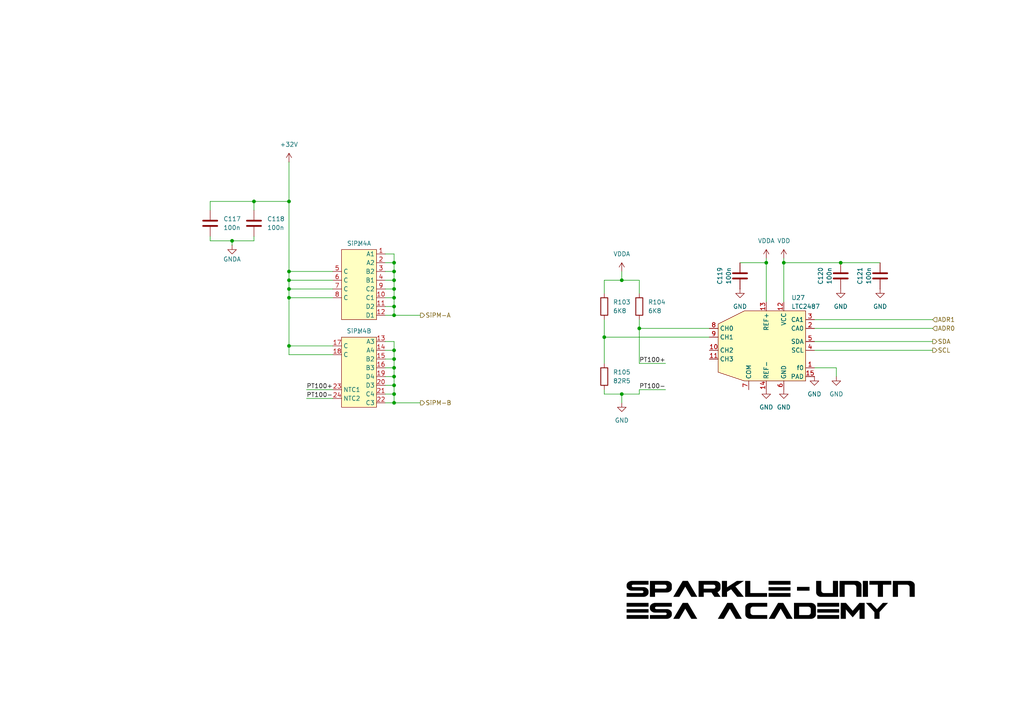
<source format=kicad_sch>
(kicad_sch (version 20231120) (generator "eeschema") (generator_version "8.0")
  (paper "A4")
  (title_block (title "SiPM connector and tempaerature sensing") (date "2024-10-17") (rev "1.0"))
  (lib_symbols
    (symbol "Device:C" (pin_numbers hide) (pin_names (offset 0.254))
      (property "Reference" "C" (at 0.635 2.54 0))
      (property "Value" "C" (at 0.635 -2.54 0))
      (symbol "C_0_1"
        (polyline (pts (xy -2.032 -0.762) (xy 2.032 -0.762)) (stroke (width 0.508)))
        (polyline (pts (xy -2.032 0.762) (xy 2.032 0.762)) (stroke (width 0.508)))
      )
      (symbol "C_1_1"
        (pin passive line (at 0 3.81 270) (length 2.794) (name "~") (number "1"))
        (pin passive line (at 0 -3.81 90) (length 2.794) (name "~") (number "2"))
      )
    )
    (symbol "Device:R" (pin_numbers hide) (pin_names (offset 0))
      (property "Reference" "R" (at 2.032 0 90))
      (property "Value" "R" (at 0 0 90))
      (symbol "R_0_1"
        (rectangle (start -1.016 -2.54) (end 1.016 2.54) (stroke (width 0.254)))
      )
      (symbol "R_1_1"
        (pin passive line (at 0 3.81 270) (length 1.27) (name "~") (number "1"))
        (pin passive line (at 0 -3.81 90) (length 1.27) (name "~") (number "2"))
      )
    )
    (symbol "SPaRKLE-Symbols:LTC2487"
      (property "Reference" "U" (at 0 0 0))
      (symbol "LTC2487_1_1"
        (polyline (pts (xy 0 -2.54) (xy 17.78 -2.54) (xy 17.78 -22.86) (xy 0 -22.86) (xy -7.62 -20.32) (xy -7.62 -12.7) (xy -7.62 -6.35) (xy 0 -2.54)) (fill (type background)))
        (pin power_out line (at 20.32 -19.05 180) (length 2.54) (name "f0") (number "1"))
        (pin input line (at -10.16 -13.97 0) (length 2.54) (name "CH2") (number "10"))
        (pin input line (at -10.16 -16.51 0) (length 2.54) (name "CH3") (number "11"))
        (pin input line (at 11.43 0 270) (length 2.54) (name "VCC") (number "12"))
        (pin input line (at 6.35 0 270) (length 2.54) (name "REF+") (number "13"))
        (pin input line (at 6.35 -25.4 90) (length 2.54) (name "REF-") (number "14"))
        (pin input line (at 20.32 -21.59 180) (length 2.54) (name "PAD") (number "15"))
        (pin input line (at 20.32 -7.62 180) (length 2.54) (name "CA0") (number "2"))
        (pin input line (at 20.32 -5.08 180) (length 2.54) (name "CA1") (number "3"))
        (pin input line (at 20.32 -13.97 180) (length 2.54) (name "SCL") (number "4"))
        (pin input line (at 20.32 -11.43 180) (length 2.54) (name "SDA") (number "5"))
        (pin input line (at 11.43 -25.4 90) (length 2.54) (name "GND") (number "6"))
        (pin input line (at 1.27 -25.4 90) (length 2.54) (name "COM") (number "7"))
        (pin input line (at -10.16 -7.62 0) (length 2.54) (name "CH0") (number "8"))
        (pin input line (at -10.16 -10.16 0) (length 2.54) (name "CH1") (number "9"))
      )
    )
    (symbol "SPaRKLE-Symbols:SiPM_4x4"
      (property "Reference" "SiPM1" (at 0 8.89 0))
      (property "Value" "~" (at 0 6.35 0))
      (symbol "SiPM_4x4_1_1"
        (rectangle (start -5.08 5.08) (end 5.08 -15.24) (fill (type background)))
        (pin bidirectional line (at -7.62 3.81 0) (length 2.54) (name "A1") (number "1"))
        (pin bidirectional line (at -7.62 -8.89 0) (length 2.54) (name "C1") (number "10"))
        (pin bidirectional line (at -7.62 -11.43 0) (length 2.54) (name "D2") (number "11"))
        (pin bidirectional line (at -7.62 -13.97 0) (length 2.54) (name "D1") (number "12"))
        (pin bidirectional line (at -7.62 1.27 0) (length 2.54) (name "A2") (number "2"))
        (pin bidirectional line (at -7.62 -1.27 0) (length 2.54) (name "B2") (number "3"))
        (pin bidirectional line (at -7.62 -3.81 0) (length 2.54) (name "B1") (number "4"))
        (pin bidirectional line (at 7.62 -1.27 180) (length 2.54) (name "C") (number "5"))
        (pin bidirectional line (at 7.62 -3.81 180) (length 2.54) (name "C") (number "6"))
        (pin bidirectional line (at 7.62 -6.35 180) (length 2.54) (name "C") (number "7"))
        (pin bidirectional line (at 7.62 -8.89 180) (length 2.54) (name "C") (number "8"))
        (pin bidirectional line (at -7.62 -6.35 0) (length 2.54) (name "C2") (number "9"))
      )
      (symbol "SiPM_4x4_2_1"
        (rectangle (start -5.08 5.08) (end 5.08 -15.24) (fill (type background)))
        (pin bidirectional line (at 7.62 3.81 180) (length 2.54) (name "A3") (number "13"))
        (pin bidirectional line (at 7.62 1.27 180) (length 2.54) (name "A4") (number "14"))
        (pin bidirectional line (at 7.62 -1.27 180) (length 2.54) (name "B2") (number "15"))
        (pin bidirectional line (at 7.62 -3.81 180) (length 2.54) (name "B3") (number "16"))
        (pin bidirectional line (at -7.62 2.54 0) (length 2.54) (name "C") (number "17"))
        (pin bidirectional line (at -7.62 0 0) (length 2.54) (name "C") (number "18"))
        (pin bidirectional line (at 7.62 -6.35 180) (length 2.54) (name "D4") (number "19"))
        (pin bidirectional line (at 7.62 -8.89 180) (length 2.54) (name "D3") (number "20"))
        (pin bidirectional line (at 7.62 -11.43 180) (length 2.54) (name "C4") (number "21"))
        (pin bidirectional line (at 7.62 -13.97 180) (length 2.54) (name "C3") (number "22"))
        (pin bidirectional line (at -7.62 -10.16 0) (length 2.54) (name "NTC1") (number "23"))
        (pin bidirectional line (at -7.62 -12.7 0) (length 2.54) (name "NTC2") (number "24"))
      )
    )
    (symbol "SiPM_4x4_1"
      (property "Reference" "SiPM1" (at 0 8.89 0))
      (property "Value" "~" (at 0 6.35 0))
      (symbol "SiPM_4x4_1_1_1"
        (rectangle (start -5.08 5.08) (end 5.08 -15.24) (fill (type background)))
        (pin bidirectional line (at -7.62 3.81 0) (length 2.54) (name "A1") (number "1"))
        (pin bidirectional line (at -7.62 -8.89 0) (length 2.54) (name "C1") (number "10"))
        (pin bidirectional line (at -7.62 -11.43 0) (length 2.54) (name "D2") (number "11"))
        (pin bidirectional line (at -7.62 -13.97 0) (length 2.54) (name "D1") (number "12"))
        (pin bidirectional line (at -7.62 1.27 0) (length 2.54) (name "A2") (number "2"))
        (pin bidirectional line (at -7.62 -1.27 0) (length 2.54) (name "B2") (number "3"))
        (pin bidirectional line (at -7.62 -3.81 0) (length 2.54) (name "B1") (number "4"))
        (pin bidirectional line (at 7.62 -1.27 180) (length 2.54) (name "C") (number "5"))
        (pin bidirectional line (at 7.62 -3.81 180) (length 2.54) (name "C") (number "6"))
        (pin bidirectional line (at 7.62 -6.35 180) (length 2.54) (name "C") (number "7"))
        (pin bidirectional line (at 7.62 -8.89 180) (length 2.54) (name "C") (number "8"))
        (pin bidirectional line (at -7.62 -6.35 0) (length 2.54) (name "C2") (number "9"))
      )
      (symbol "SiPM_4x4_1_2_1"
        (rectangle (start -5.08 5.08) (end 5.08 -15.24) (fill (type background)))
        (pin bidirectional line (at 7.62 3.81 180) (length 2.54) (name "A3") (number "13"))
        (pin bidirectional line (at 7.62 1.27 180) (length 2.54) (name "A4") (number "14"))
        (pin bidirectional line (at 7.62 -1.27 180) (length 2.54) (name "B2") (number "15"))
        (pin bidirectional line (at 7.62 -3.81 180) (length 2.54) (name "B3") (number "16"))
        (pin bidirectional line (at -7.62 2.54 0) (length 2.54) (name "C") (number "17"))
        (pin bidirectional line (at -7.62 0 0) (length 2.54) (name "C") (number "18"))
        (pin bidirectional line (at 7.62 -6.35 180) (length 2.54) (name "D4") (number "19"))
        (pin bidirectional line (at 7.62 -8.89 180) (length 2.54) (name "D3") (number "20"))
        (pin bidirectional line (at 7.62 -11.43 180) (length 2.54) (name "C4") (number "21"))
        (pin bidirectional line (at 7.62 -13.97 180) (length 2.54) (name "C3") (number "22"))
        (pin bidirectional line (at -7.62 -10.16 0) (length 2.54) (name "NTC1") (number "23"))
        (pin bidirectional line (at -7.62 -12.7 0) (length 2.54) (name "NTC2") (number "24"))
      )
    )
    (symbol "power:+36V" (power) (pin_numbers hide) (pin_names (offset 0) hide)
      (property "Value" "+36V" (at 0 3.556 0))
      (symbol "+36V_0_1"
        (polyline (pts (xy -0.762 1.27) (xy 0 2.54)))
        (polyline (pts (xy 0 0) (xy 0 2.54)))
        (polyline (pts (xy 0 2.54) (xy 0.762 1.27)))
      )
      (symbol "+36V_1_1"
        (pin power_in line (at 0 0 90) (length 0) (name "~") (number "1"))
      )
    )
    (symbol "power:GND" (power) (pin_numbers hide) (pin_names (offset 0) hide)
      (property "Value" "GND" (at 0 -3.81 0))
      (symbol "GND_0_1"
        (polyline (pts (xy 0 0) (xy 0 -1.27) (xy 1.27 -1.27) (xy 0 -2.54) (xy -1.27 -1.27) (xy 0 -1.27)))
      )
      (symbol "GND_1_1"
        (pin power_in line (at 0 0 270) (length 0) (name "~") (number "1"))
      )
    )
    (symbol "power:GNDA" (power) (pin_numbers hide) (pin_names (offset 0) hide)
      (property "Value" "GNDA" (at 0 -3.81 0))
      (symbol "GNDA_0_1"
        (polyline (pts (xy 0 0) (xy 0 -1.27) (xy 1.27 -1.27) (xy 0 -2.54) (xy -1.27 -1.27) (xy 0 -1.27)))
      )
      (symbol "GNDA_1_1"
        (pin power_in line (at 0 0 270) (length 0) (name "~") (number "1"))
      )
    )
    (symbol "power:VDD" (power) (pin_numbers hide) (pin_names (offset 0) hide)
      (property "Value" "VDD" (at 0 3.556 0))
      (symbol "VDD_0_1"
        (polyline (pts (xy -0.762 1.27) (xy 0 2.54)))
        (polyline (pts (xy 0 0) (xy 0 2.54)))
        (polyline (pts (xy 0 2.54) (xy 0.762 1.27)))
      )
      (symbol "VDD_1_1"
        (pin power_in line (at 0 0 90) (length 0) (name "~") (number "1"))
      )
    )
  )
  (junction (at 243.84 76.2))
  (junction (at 180.34 114.3))
  (junction (at 67.31 69.85))
  (junction (at 114.3 116.84))
  (junction (at 175.26 97.79))
  (junction (at 114.3 114.3))
  (junction (at 185.42 95.25))
  (junction (at 114.3 81.28))
  (junction (at 180.34 81.28))
  (junction (at 114.3 101.6))
  (junction (at 83.82 100.33))
  (junction (at 114.3 78.74))
  (junction (at 114.3 91.44))
  (junction (at 114.3 86.36))
  (junction (at 83.82 81.28))
  (junction (at 83.82 78.74))
  (junction (at 114.3 111.76))
  (junction (at 73.66 58.42))
  (junction (at 114.3 104.14))
  (junction (at 114.3 88.9))
  (junction (at 83.82 86.36))
  (junction (at 227.33 76.2))
  (junction (at 114.3 76.2))
  (junction (at 222.25 76.2))
  (junction (at 83.82 83.82))
  (junction (at 114.3 83.82))
  (junction (at 114.3 106.68))
  (junction (at 114.3 109.22))
  (junction (at 83.82 58.42))
  (wire (pts (xy 185.42 113.03) (xy 185.42 114.3)))
  (wire (pts (xy 111.76 88.9) (xy 114.3 88.9)))
  (wire (pts (xy 73.66 58.42) (xy 60.96 58.42)))
  (wire (pts (xy 83.82 86.36) (xy 96.52 86.36)))
  (wire (pts (xy 111.76 99.06) (xy 114.3 99.06)))
  (wire (pts (xy 227.33 76.2) (xy 227.33 87.63)))
  (wire (pts (xy 175.26 81.28) (xy 180.34 81.28)))
  (wire (pts (xy 67.31 69.85) (xy 67.31 71.12)))
  (wire (pts (xy 83.82 83.82) (xy 96.52 83.82)))
  (wire (pts (xy 114.3 81.28) (xy 114.3 83.82)))
  (wire (pts (xy 180.34 114.3) (xy 180.34 116.84)))
  (wire (pts (xy 114.3 78.74) (xy 111.76 78.74)))
  (wire (pts (xy 83.82 46.99) (xy 83.82 58.42)))
  (wire (pts (xy 111.76 114.3) (xy 114.3 114.3)))
  (wire (pts (xy 236.22 101.6) (xy 270.51 101.6)))
  (wire (pts (xy 83.82 100.33) (xy 83.82 102.87)))
  (wire (pts (xy 114.3 106.68) (xy 114.3 109.22)))
  (wire (pts (xy 67.31 69.85) (xy 60.96 69.85)))
  (wire (pts (xy 83.82 81.28) (xy 83.82 83.82)))
  (wire (pts (xy 114.3 76.2) (xy 114.3 78.74)))
  (wire (pts (xy 185.42 81.28) (xy 185.42 85.09)))
  (wire (pts (xy 175.26 81.28) (xy 175.26 85.09)))
  (wire (pts (xy 236.22 92.71) (xy 270.51 92.71)))
  (wire (pts (xy 83.82 81.28) (xy 96.52 81.28)))
  (wire (pts (xy 180.34 114.3) (xy 185.42 114.3)))
  (wire (pts (xy 73.66 69.85) (xy 67.31 69.85)))
  (wire (pts (xy 111.76 101.6) (xy 114.3 101.6)))
  (wire (pts (xy 114.3 91.44) (xy 121.92 91.44)))
  (wire (pts (xy 114.3 101.6) (xy 114.3 104.14)))
  (wire (pts (xy 180.34 78.74) (xy 180.34 81.28)))
  (wire (pts (xy 114.3 114.3) (xy 114.3 116.84)))
  (wire (pts (xy 111.76 106.68) (xy 114.3 106.68)))
  (wire (pts (xy 114.3 83.82) (xy 111.76 83.82)))
  (wire (pts (xy 114.3 116.84) (xy 121.92 116.84)))
  (wire (pts (xy 175.26 97.79) (xy 175.26 105.41)))
  (wire (pts (xy 88.9 113.03) (xy 96.52 113.03)))
  (wire (pts (xy 175.26 114.3) (xy 180.34 114.3)))
  (wire (pts (xy 88.9 115.57) (xy 96.52 115.57)))
  (wire (pts (xy 114.3 86.36) (xy 114.3 88.9)))
  (wire (pts (xy 175.26 92.71) (xy 175.26 97.79)))
  (wire (pts (xy 175.26 97.79) (xy 205.74 97.79)))
  (wire (pts (xy 114.3 86.36) (xy 111.76 86.36)))
  (wire (pts (xy 114.3 81.28) (xy 111.76 81.28)))
  (wire (pts (xy 236.22 95.25) (xy 270.51 95.25)))
  (wire (pts (xy 175.26 113.03) (xy 175.26 114.3)))
  (wire (pts (xy 114.3 83.82) (xy 114.3 86.36)))
  (wire (pts (xy 83.82 86.36) (xy 83.82 100.33)))
  (wire (pts (xy 222.25 74.93) (xy 222.25 76.2)))
  (wire (pts (xy 185.42 95.25) (xy 185.42 105.41)))
  (wire (pts (xy 236.22 106.68) (xy 242.57 106.68)))
  (wire (pts (xy 114.3 76.2) (xy 111.76 76.2)))
  (wire (pts (xy 114.3 99.06) (xy 114.3 101.6)))
  (wire (pts (xy 111.76 91.44) (xy 114.3 91.44)))
  (wire (pts (xy 114.3 78.74) (xy 114.3 81.28)))
  (wire (pts (xy 114.3 111.76) (xy 114.3 114.3)))
  (wire (pts (xy 255.27 76.2) (xy 243.84 76.2)))
  (wire (pts (xy 185.42 95.25) (xy 205.74 95.25)))
  (wire (pts (xy 185.42 92.71) (xy 185.42 95.25)))
  (wire (pts (xy 83.82 100.33) (xy 96.52 100.33)))
  (wire (pts (xy 243.84 76.2) (xy 227.33 76.2)))
  (wire (pts (xy 222.25 76.2) (xy 222.25 87.63)))
  (wire (pts (xy 185.42 105.41) (xy 193.04 105.41)))
  (wire (pts (xy 114.3 73.66) (xy 111.76 73.66)))
  (wire (pts (xy 236.22 99.06) (xy 270.51 99.06)))
  (wire (pts (xy 114.3 88.9) (xy 114.3 91.44)))
  (wire (pts (xy 73.66 60.96) (xy 73.66 58.42)))
  (wire (pts (xy 114.3 109.22) (xy 114.3 111.76)))
  (wire (pts (xy 227.33 74.93) (xy 227.33 76.2)))
  (wire (pts (xy 242.57 109.22) (xy 242.57 106.68)))
  (wire (pts (xy 111.76 109.22) (xy 114.3 109.22)))
  (wire (pts (xy 73.66 58.42) (xy 83.82 58.42)))
  (wire (pts (xy 180.34 81.28) (xy 185.42 81.28)))
  (wire (pts (xy 214.63 76.2) (xy 222.25 76.2)))
  (wire (pts (xy 114.3 73.66) (xy 114.3 76.2)))
  (wire (pts (xy 114.3 104.14) (xy 114.3 106.68)))
  (wire (pts (xy 83.82 83.82) (xy 83.82 86.36)))
  (wire (pts (xy 83.82 58.42) (xy 83.82 78.74)))
  (wire (pts (xy 111.76 104.14) (xy 114.3 104.14)))
  (wire (pts (xy 83.82 78.74) (xy 83.82 81.28)))
  (wire (pts (xy 73.66 68.58) (xy 73.66 69.85)))
  (wire (pts (xy 60.96 60.96) (xy 60.96 58.42)))
  (wire (pts (xy 83.82 78.74) (xy 96.52 78.74)))
  (wire (pts (xy 114.3 116.84) (xy 111.76 116.84)))
  (wire (pts (xy 83.82 102.87) (xy 96.52 102.87)))
  (wire (pts (xy 185.42 113.03) (xy 193.04 113.03)))
  (wire (pts (xy 111.76 111.76) (xy 114.3 111.76)))
  (wire (pts (xy 60.96 69.85) (xy 60.96 68.58)))
  (image (at 223.52 173.99) (scale 0.489235))
  (label "PT100+" (at 193.04 105.41 180))
  (label "PT100-" (at 88.9 115.57 0))
  (label "PT100-" (at 193.04 113.03 180))
  (label "PT100+" (at 88.9 113.03 0))
  (hierarchical_label "SCL" (shape output) (at 270.51 101.6 0))
  (hierarchical_label "ADR0" (shape input) (at 270.51 95.25 0))
  (hierarchical_label "SiPM-B" (shape output) (at 121.92 116.84 0))
  (hierarchical_label "SDA" (shape output) (at 270.51 99.06 0))
  (hierarchical_label "SiPM-A" (shape output) (at 121.92 91.44 0))
  (hierarchical_label "ADR1" (shape input) (at 270.51 92.71 0))
  (symbol (lib_id "power:GND") (at 222.25 113.03 0) (unit 1)
    (property "Reference" "#PWR0254" (effects (hide yes)))
    (property "Value" "GND" (at 222.25 118.11 0))
    (property "Description" "Power symbol creates a global label with name \"GND\" , ground" (effects (hide yes)))
    (instances (project "ELS-overall_schematic" (path "" (reference "#PWR0254") (unit 1)) (path "" (reference "#PWR0211") (unit 1)) (path "" (reference "#PWR0145") (unit 1)) (path "" (reference "#PWR0282") (unit 1)) (path "" (reference "#PWR0300") (unit 1)) (path "" (reference "#PWR0318") (unit 1)) (path "" (reference "#PWR0336") (unit 1)) (path "" (reference "#PWR0354") (unit 1)) (path "" (reference "#PWR0372") (unit 1)) (path "" (reference "#PWR087") (unit 1))))
  )
  (symbol (lib_id "power:GND") (at 214.63 83.82 0) (unit 1)
    (property "Reference" "#PWR0249" (effects (hide yes)))
    (property "Value" "GND" (at 214.63 88.9 0))
    (property "Description" "Power symbol creates a global label with name \"GND\" , ground" (effects (hide yes)))
    (instances (project "ELS-overall_schematic" (path "" (reference "#PWR0249") (unit 1)) (path "" (reference "#PWR0206") (unit 1)) (path "" (reference "#PWR0140") (unit 1)) (path "" (reference "#PWR0277") (unit 1)) (path "" (reference "#PWR0295") (unit 1)) (path "" (reference "#PWR0313") (unit 1)) (path "" (reference "#PWR0331") (unit 1)) (path "" (reference "#PWR0349") (unit 1)) (path "" (reference "#PWR0367") (unit 1)) (path "" (reference "#PWR082") (unit 1))))
  )
  (symbol (lib_id "power:GNDA") (at 67.31 71.12 0) (unit 1)
    (property "Reference" "#PWR0245" (effects (hide yes)))
    (property "Value" "GNDA" (at 67.31 75.184 0))
    (property "Description" "Power symbol creates a global label with name \"GNDA\" , analog ground" (effects (hide yes)))
    (instances (project "ELS-overall_schematic" (path "" (reference "#PWR0245") (unit 1)) (path "" (reference "#PWR0202") (unit 1)) (path "" (reference "#PWR0136") (unit 1)) (path "" (reference "#PWR0273") (unit 1)) (path "" (reference "#PWR0291") (unit 1)) (path "" (reference "#PWR0309") (unit 1)) (path "" (reference "#PWR0327") (unit 1)) (path "" (reference "#PWR0345") (unit 1)) (path "" (reference "#PWR0363") (unit 1)) (path "" (reference "#PWR078") (unit 1))))
  )
  (symbol (lib_id "power:GND") (at 242.57 109.22 0) (unit 1)
    (property "Reference" "#PWR0253" (effects (hide yes)))
    (property "Value" "GND" (at 242.57 114.3 0))
    (property "Description" "Power symbol creates a global label with name \"GND\" , ground" (effects (hide yes)))
    (instances (project "ELS-overall_schematic" (path "" (reference "#PWR0253") (unit 1)) (path "" (reference "#PWR0210") (unit 1)) (path "" (reference "#PWR0144") (unit 1)) (path "" (reference "#PWR0281") (unit 1)) (path "" (reference "#PWR0299") (unit 1)) (path "" (reference "#PWR0317") (unit 1)) (path "" (reference "#PWR0335") (unit 1)) (path "" (reference "#PWR0353") (unit 1)) (path "" (reference "#PWR0371") (unit 1)) (path "" (reference "#PWR086") (unit 1))))
  )
  (symbol (lib_id "power:VDD") (at 227.33 74.93 0) (unit 1)
    (property "Reference" "#PWR0247" (effects (hide yes)))
    (property "Value" "VDD" (at 227.33 69.85 0))
    (property "Description" "Power symbol creates a global label with name \"VDD\"" (effects (hide yes)))
    (instances (project "ELS-overall_schematic" (path "" (reference "#PWR0247") (unit 1)) (path "" (reference "#PWR0204") (unit 1)) (path "" (reference "#PWR0138") (unit 1)) (path "" (reference "#PWR0275") (unit 1)) (path "" (reference "#PWR0293") (unit 1)) (path "" (reference "#PWR0311") (unit 1)) (path "" (reference "#PWR0329") (unit 1)) (path "" (reference "#PWR0347") (unit 1)) (path "" (reference "#PWR0365") (unit 1)) (path "" (reference "#PWR080") (unit 1))))
  )
  (symbol (lib_id "Device:R") (at 185.42 88.9 180) (unit 1)
    (property "Reference" "R104" (at 187.96 87.6299 0) (effects (justify right)))
    (property "Value" "6K8" (at 187.96 90.1699 0) (effects (justify right)))
    (property "Footprint" "Resistor_SMD:R_0603_1608Metric_Pad0.98x0.95mm_HandSolder" (effects (hide yes)))
    (property "Description" "Resistor" (effects (hide yes)))
    (instances (project "ELS-overall_schematic" (path "" (reference "R104") (unit 1)) (path "" (reference "R89") (unit 1)) (path "" (reference "R59") (unit 1)) (path "" (reference "R113") (unit 1)) (path "" (reference "R122") (unit 1)) (path "" (reference "R131") (unit 1)) (path "" (reference "R140") (unit 1)) (path "" (reference "R149") (unit 1)) (path "" (reference "R158") (unit 1)) (path "" (reference "R33") (unit 1))))
  )
  (symbol (lib_id "Device:C") (at 73.66 64.77 0) (unit 1)
    (property "Reference" "C118" (at 77.47 63.4999 0) (effects (justify left)))
    (property "Value" "100n" (at 77.47 66.0399 0) (effects (justify left)))
    (property "Description" "Unpolarized capacitor" (effects (hide yes)))
    (instances (project "ELS-overall_schematic" (path "" (reference "C118") (unit 1)) (path "" (reference "C96") (unit 1)) (path "" (reference "C60") (unit 1)) (path "" (reference "C126") (unit 1)) (path "" (reference "C134") (unit 1)) (path "" (reference "C142") (unit 1)) (path "" (reference "C150") (unit 1)) (path "" (reference "C158") (unit 1)) (path "" (reference "C166") (unit 1)) (path "" (reference "C29") (unit 1))))
  )
  (symbol (lib_id "power:GND") (at 180.34 116.84 0) (unit 1)
    (property "Reference" "#PWR0256" (effects (hide yes)))
    (property "Value" "GND" (at 180.34 121.92 0))
    (property "Description" "Power symbol creates a global label with name \"GND\" , ground" (effects (hide yes)))
    (instances (project "ELS-overall_schematic" (path "" (reference "#PWR0256") (unit 1)) (path "" (reference "#PWR0213") (unit 1)) (path "" (reference "#PWR0147") (unit 1)) (path "" (reference "#PWR0284") (unit 1)) (path "" (reference "#PWR0302") (unit 1)) (path "" (reference "#PWR0320") (unit 1)) (path "" (reference "#PWR0338") (unit 1)) (path "" (reference "#PWR0356") (unit 1)) (path "" (reference "#PWR0374") (unit 1)) (path "" (reference "#PWR089") (unit 1))))
  )
  (symbol (lib_name "SiPM_4x4_1") (lib_id "SPaRKLE-Symbols:SiPM_4x4") (at 104.14 77.47 0) (mirror y) (unit 1)
    (property "Reference" "SiPM4" (at 104.14 70.612 0))
    (property "Value" "~" (at 104.14 71.12 0))
    (instances (project "ELS-overall_schematic" (path "" (reference "SiPM4") (unit 1)) (path "" (reference "SiPM3") (unit 1)) (path "" (reference "SiPM2") (unit 1)) (path "" (reference "SiPM5") (unit 1)) (path "" (reference "SiPM6") (unit 1)) (path "" (reference "SiPM7") (unit 1)) (path "" (reference "SiPM8") (unit 1)) (path "" (reference "SiPM9") (unit 1)) (path "" (reference "SiPM10") (unit 1)) (path "" (reference "SiPM1") (unit 1))))
  )
  (symbol (lib_id "SPaRKLE-Symbols:SiPM_4x4") (at 104.14 102.87 0) (unit 2)
    (property "Reference" "SiPM4" (at 104.14 96.012 0))
    (property "Value" "~" (at 104.14 96.52 0))
    (instances (project "ELS-overall_schematic" (path "" (reference "SiPM4") (unit 2)) (path "" (reference "SiPM3") (unit 2)) (path "" (reference "SiPM2") (unit 2)) (path "" (reference "SiPM5") (unit 2)) (path "" (reference "SiPM6") (unit 2)) (path "" (reference "SiPM7") (unit 2)) (path "" (reference "SiPM8") (unit 2)) (path "" (reference "SiPM9") (unit 2)) (path "" (reference "SiPM10") (unit 2)) (path "" (reference "SiPM1") (unit 2))))
  )
  (symbol (lib_id "power:GND") (at 227.33 113.03 0) (unit 1)
    (property "Reference" "#PWR0255" (effects (hide yes)))
    (property "Value" "GND" (at 227.33 118.11 0))
    (property "Description" "Power symbol creates a global label with name \"GND\" , ground" (effects (hide yes)))
    (instances (project "ELS-overall_schematic" (path "" (reference "#PWR0255") (unit 1)) (path "" (reference "#PWR0212") (unit 1)) (path "" (reference "#PWR0146") (unit 1)) (path "" (reference "#PWR0283") (unit 1)) (path "" (reference "#PWR0301") (unit 1)) (path "" (reference "#PWR0319") (unit 1)) (path "" (reference "#PWR0337") (unit 1)) (path "" (reference "#PWR0355") (unit 1)) (path "" (reference "#PWR0373") (unit 1)) (path "" (reference "#PWR088") (unit 1))))
  )
  (symbol (lib_id "Device:C") (at 60.96 64.77 0) (unit 1)
    (property "Reference" "C117" (at 64.77 63.4999 0) (effects (justify left)))
    (property "Value" "100n" (at 64.77 66.0399 0) (effects (justify left)))
    (property "Description" "Unpolarized capacitor" (effects (hide yes)))
    (instances (project "ELS-overall_schematic" (path "" (reference "C117") (unit 1)) (path "" (reference "C95") (unit 1)) (path "" (reference "C59") (unit 1)) (path "" (reference "C125") (unit 1)) (path "" (reference "C133") (unit 1)) (path "" (reference "C141") (unit 1)) (path "" (reference "C149") (unit 1)) (path "" (reference "C157") (unit 1)) (path "" (reference "C165") (unit 1)) (path "" (reference "C28") (unit 1))))
  )
  (symbol (lib_id "Device:C") (at 255.27 80.01 180) (unit 1)
    (property "Reference" "C121" (at 249.428 80.01 90))
    (property "Value" "100n" (at 251.968 80.01 90))
    (property "Footprint" "Capacitor_SMD:C_0603_1608Metric_Pad1.08x0.95mm_HandSolder" (effects (hide yes)))
    (property "Description" "Unpolarized capacitor" (effects (hide yes)))
    (instances (project "ELS-overall_schematic" (path "" (reference "C121") (unit 1)) (path "" (reference "C99") (unit 1)) (path "" (reference "C63") (unit 1)) (path "" (reference "C129") (unit 1)) (path "" (reference "C137") (unit 1)) (path "" (reference "C145") (unit 1)) (path "" (reference "C153") (unit 1)) (path "" (reference "C161") (unit 1)) (path "" (reference "C169") (unit 1)) (path "" (reference "C32") (unit 1))))
  )
  (symbol (lib_id "power:VDD") (at 180.34 78.74 0) (unit 1)
    (property "Reference" "#PWR0248" (effects (hide yes)))
    (property "Value" "VDDA" (at 180.34 73.66 0))
    (property "Description" "Power symbol creates a global label with name \"VDD\"" (effects (hide yes)))
    (instances (project "ELS-overall_schematic" (path "" (reference "#PWR0248") (unit 1)) (path "" (reference "#PWR0205") (unit 1)) (path "" (reference "#PWR0139") (unit 1)) (path "" (reference "#PWR0276") (unit 1)) (path "" (reference "#PWR0294") (unit 1)) (path "" (reference "#PWR0312") (unit 1)) (path "" (reference "#PWR0330") (unit 1)) (path "" (reference "#PWR0348") (unit 1)) (path "" (reference "#PWR0366") (unit 1)) (path "" (reference "#PWR081") (unit 1))))
  )
  (symbol (lib_id "Device:C") (at 214.63 80.01 180) (unit 1)
    (property "Reference" "C119" (at 208.788 80.01 90))
    (property "Value" "100n" (at 211.328 80.01 90))
    (property "Footprint" "Capacitor_SMD:C_0603_1608Metric_Pad1.08x0.95mm_HandSolder" (effects (hide yes)))
    (property "Description" "Unpolarized capacitor" (effects (hide yes)))
    (instances (project "ELS-overall_schematic" (path "" (reference "C119") (unit 1)) (path "" (reference "C97") (unit 1)) (path "" (reference "C61") (unit 1)) (path "" (reference "C127") (unit 1)) (path "" (reference "C135") (unit 1)) (path "" (reference "C143") (unit 1)) (path "" (reference "C151") (unit 1)) (path "" (reference "C159") (unit 1)) (path "" (reference "C167") (unit 1)) (path "" (reference "C30") (unit 1))))
  )
  (symbol (lib_id "power:GND") (at 236.22 109.22 0) (unit 1)
    (property "Reference" "#PWR0252" (effects (hide yes)))
    (property "Value" "GND" (at 236.22 114.3 0))
    (property "Description" "Power symbol creates a global label with name \"GND\" , ground" (effects (hide yes)))
    (instances (project "ELS-overall_schematic" (path "" (reference "#PWR0252") (unit 1)) (path "" (reference "#PWR0209") (unit 1)) (path "" (reference "#PWR0143") (unit 1)) (path "" (reference "#PWR0280") (unit 1)) (path "" (reference "#PWR0298") (unit 1)) (path "" (reference "#PWR0316") (unit 1)) (path "" (reference "#PWR0334") (unit 1)) (path "" (reference "#PWR0352") (unit 1)) (path "" (reference "#PWR0370") (unit 1)) (path "" (reference "#PWR085") (unit 1))))
  )
  (symbol (lib_id "power:+36V") (at 83.82 46.99 0) (unit 1)
    (property "Reference" "#PWR0244" (effects (hide yes)))
    (property "Value" "+32V" (at 83.82 41.91 0))
    (property "Description" "Power symbol creates a global label with name \"+36V\"" (effects (hide yes)))
    (instances (project "ELS-overall_schematic" (path "" (reference "#PWR0244") (unit 1)) (path "" (reference "#PWR0201") (unit 1)) (path "" (reference "#PWR0135") (unit 1)) (path "" (reference "#PWR0272") (unit 1)) (path "" (reference "#PWR0290") (unit 1)) (path "" (reference "#PWR0308") (unit 1)) (path "" (reference "#PWR0326") (unit 1)) (path "" (reference "#PWR0344") (unit 1)) (path "" (reference "#PWR0362") (unit 1)) (path "" (reference "#PWR077") (unit 1))))
  )
  (symbol (lib_id "Device:R") (at 175.26 109.22 180) (unit 1)
    (property "Reference" "R105" (at 177.8 107.9499 0) (effects (justify right)))
    (property "Value" "82R5" (at 177.8 110.4899 0) (effects (justify right)))
    (property "Footprint" "Resistor_SMD:R_0603_1608Metric_Pad0.98x0.95mm_HandSolder" (effects (hide yes)))
    (property "Description" "Resistor" (effects (hide yes)))
    (instances (project "ELS-overall_schematic" (path "" (reference "R105") (unit 1)) (path "" (reference "R90") (unit 1)) (path "" (reference "R60") (unit 1)) (path "" (reference "R114") (unit 1)) (path "" (reference "R123") (unit 1)) (path "" (reference "R132") (unit 1)) (path "" (reference "R141") (unit 1)) (path "" (reference "R150") (unit 1)) (path "" (reference "R159") (unit 1)) (path "" (reference "R34") (unit 1))))
  )
  (symbol (lib_id "power:GND") (at 243.84 83.82 0) (unit 1)
    (property "Reference" "#PWR0250" (effects (hide yes)))
    (property "Value" "GND" (at 243.84 88.9 0))
    (property "Description" "Power symbol creates a global label with name \"GND\" , ground" (effects (hide yes)))
    (instances (project "ELS-overall_schematic" (path "" (reference "#PWR0250") (unit 1)) (path "" (reference "#PWR0207") (unit 1)) (path "" (reference "#PWR0141") (unit 1)) (path "" (reference "#PWR0278") (unit 1)) (path "" (reference "#PWR0296") (unit 1)) (path "" (reference "#PWR0314") (unit 1)) (path "" (reference "#PWR0332") (unit 1)) (path "" (reference "#PWR0350") (unit 1)) (path "" (reference "#PWR0368") (unit 1)) (path "" (reference "#PWR083") (unit 1))))
  )
  (symbol (lib_id "power:VDD") (at 222.25 74.93 0) (unit 1)
    (property "Reference" "#PWR0246" (effects (hide yes)))
    (property "Value" "VDDA" (at 222.25 69.85 0))
    (property "Description" "Power symbol creates a global label with name \"VDD\"" (effects (hide yes)))
    (instances (project "ELS-overall_schematic" (path "" (reference "#PWR0246") (unit 1)) (path "" (reference "#PWR0203") (unit 1)) (path "" (reference "#PWR0137") (unit 1)) (path "" (reference "#PWR0274") (unit 1)) (path "" (reference "#PWR0292") (unit 1)) (path "" (reference "#PWR0310") (unit 1)) (path "" (reference "#PWR0328") (unit 1)) (path "" (reference "#PWR0346") (unit 1)) (path "" (reference "#PWR0364") (unit 1)) (path "" (reference "#PWR079") (unit 1))))
  )
  (symbol (lib_id "SPaRKLE-Symbols:LTC2487") (at 215.9 87.63 0) (unit 1)
    (property "Reference" "U27" (at 229.5241 86.36 0) (effects (justify left)))
    (property "Value" "LTC2487" (at 229.5241 88.9 0) (effects (justify left)))
    (instances (project "ELS-overall_schematic" (path "" (reference "U27") (unit 1)) (path "" (reference "U23") (unit 1)) (path "" (reference "U16") (unit 1)) (path "" (reference "U29") (unit 1)) (path "" (reference "U31") (unit 1)) (path "" (reference "U33") (unit 1)) (path "" (reference "U35") (unit 1)) (path "" (reference "U37") (unit 1)) (path "" (reference "U39") (unit 1)) (path "" (reference "U10") (unit 1))))
  )
  (symbol (lib_id "Device:R") (at 175.26 88.9 180) (unit 1)
    (property "Reference" "R103" (at 177.8 87.6299 0) (effects (justify right)))
    (property "Value" "6K8" (at 177.8 90.1699 0) (effects (justify right)))
    (property "Footprint" "Resistor_SMD:R_0603_1608Metric_Pad0.98x0.95mm_HandSolder" (effects (hide yes)))
    (property "Description" "Resistor" (effects (hide yes)))
    (instances (project "ELS-overall_schematic" (path "" (reference "R103") (unit 1)) (path "" (reference "R88") (unit 1)) (path "" (reference "R58") (unit 1)) (path "" (reference "R112") (unit 1)) (path "" (reference "R121") (unit 1)) (path "" (reference "R130") (unit 1)) (path "" (reference "R139") (unit 1)) (path "" (reference "R148") (unit 1)) (path "" (reference "R157") (unit 1)) (path "" (reference "R32") (unit 1))))
  )
  (symbol (lib_id "Device:C") (at 243.84 80.01 180) (unit 1)
    (property "Reference" "C120" (at 237.998 80.01 90))
    (property "Value" "100n" (at 240.538 80.01 90))
    (property "Footprint" "Capacitor_SMD:C_0603_1608Metric_Pad1.08x0.95mm_HandSolder" (effects (hide yes)))
    (property "Description" "Unpolarized capacitor" (effects (hide yes)))
    (instances (project "ELS-overall_schematic" (path "" (reference "C120") (unit 1)) (path "" (reference "C98") (unit 1)) (path "" (reference "C62") (unit 1)) (path "" (reference "C128") (unit 1)) (path "" (reference "C136") (unit 1)) (path "" (reference "C144") (unit 1)) (path "" (reference "C152") (unit 1)) (path "" (reference "C160") (unit 1)) (path "" (reference "C168") (unit 1)) (path "" (reference "C31") (unit 1))))
  )
  (symbol (lib_id "power:GND") (at 255.27 83.82 0) (unit 1)
    (property "Reference" "#PWR0251" (effects (hide yes)))
    (property "Value" "GND" (at 255.27 88.9 0))
    (property "Description" "Power symbol creates a global label with name \"GND\" , ground" (effects (hide yes)))
    (instances (project "ELS-overall_schematic" (path "" (reference "#PWR0251") (unit 1)) (path "" (reference "#PWR0208") (unit 1)) (path "" (reference "#PWR0142") (unit 1)) (path "" (reference "#PWR0279") (unit 1)) (path "" (reference "#PWR0297") (unit 1)) (path "" (reference "#PWR0315") (unit 1)) (path "" (reference "#PWR0333") (unit 1)) (path "" (reference "#PWR0351") (unit 1)) (path "" (reference "#PWR0369") (unit 1)) (path "" (reference "#PWR084") (unit 1))))
  )
)
</source>
